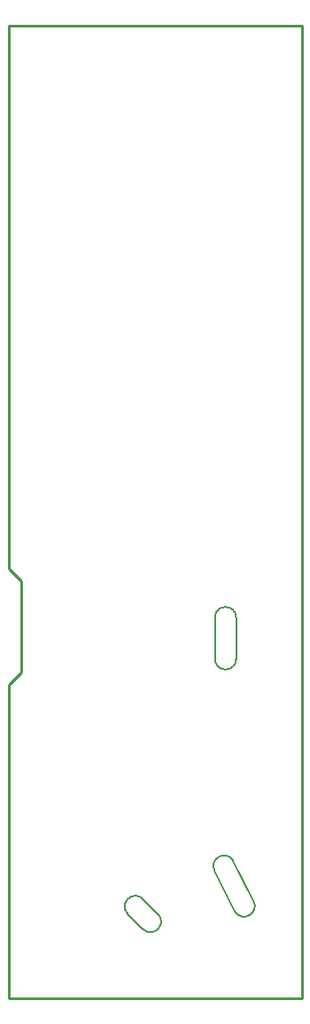
<source format=gbr>
G04 #@! TF.GenerationSoftware,KiCad,Pcbnew,6.0.0-unknown-d3777ea~100~ubuntu18.04.1*
G04 #@! TF.CreationDate,2019-05-24T15:58:39+03:00*
G04 #@! TF.ProjectId,ESP32-PoE-ISO_Rev_C,45535033-322d-4506-9f45-2d49534f5f52,C*
G04 #@! TF.SameCoordinates,Original*
G04 #@! TF.FileFunction,Profile,NP*
%FSLAX46Y46*%
G04 Gerber Fmt 4.6, Leading zero omitted, Abs format (unit mm)*
G04 Created by KiCad (PCBNEW 6.0.0-unknown-d3777ea~100~ubuntu18.04.1) date 2019-05-24 15:58:39*
%MOMM*%
%LPD*%
G04 APERTURE LIST*
%ADD10C,0.150000*%
%ADD11C,0.254000*%
G04 APERTURE END LIST*
D10*
X111887000Y-155702000D02*
X111887000Y-151765000D01*
X109855000Y-155702000D02*
X109854991Y-151765000D01*
X111887000Y-155702000D02*
G75*
G02X109855000Y-155702000I-1016000J0D01*
G01*
X109854991Y-151765000D02*
G75*
G02X111887009Y-151765000I1016009J0D01*
G01*
X104412050Y-180095025D02*
X102975217Y-178658179D01*
X102975212Y-181531865D02*
X101538369Y-180095027D01*
X104412048Y-180095025D02*
G75*
G02X102975212Y-181531865I-718418J-718420D01*
G01*
X101538363Y-180095033D02*
G75*
G02X102975217Y-178658179I718427J718427D01*
G01*
X111623880Y-175006002D02*
X113528883Y-178815998D01*
X113528883Y-178815998D02*
G75*
G02X111769117Y-179832002I-879883J-508002D01*
G01*
X109835265Y-175968368D02*
G75*
G02X111623880Y-175006002I908735J454368D01*
G01*
X109835264Y-175968368D02*
X111769117Y-179832002D01*
D11*
X90150000Y-158200000D02*
X91350000Y-157000000D01*
X90150000Y-188150000D02*
X90150000Y-158200000D01*
X91350000Y-148300000D02*
X91350000Y-157000000D01*
X90150000Y-147100000D02*
X91350000Y-148300000D01*
X90150000Y-147100000D02*
X90150000Y-95150000D01*
X90150000Y-188150000D02*
X118150000Y-188150000D01*
X90150000Y-95150000D02*
X118150000Y-95150000D01*
X118150000Y-188150000D02*
X118150000Y-95150000D01*
M02*

</source>
